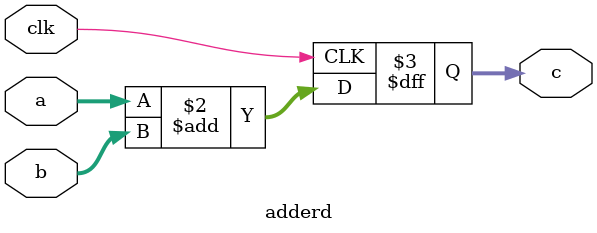
<source format=v>
parameter WIDTH = 8;

module adderd (
    input clk,
    input  [WIDTH-1:0] a,
    input  [WIDTH-1:0] b,
    output reg [WIDTH-1:0] c
);
    always @(posedge clk) begin
        c <= a + b;
    end
endmodule
</source>
